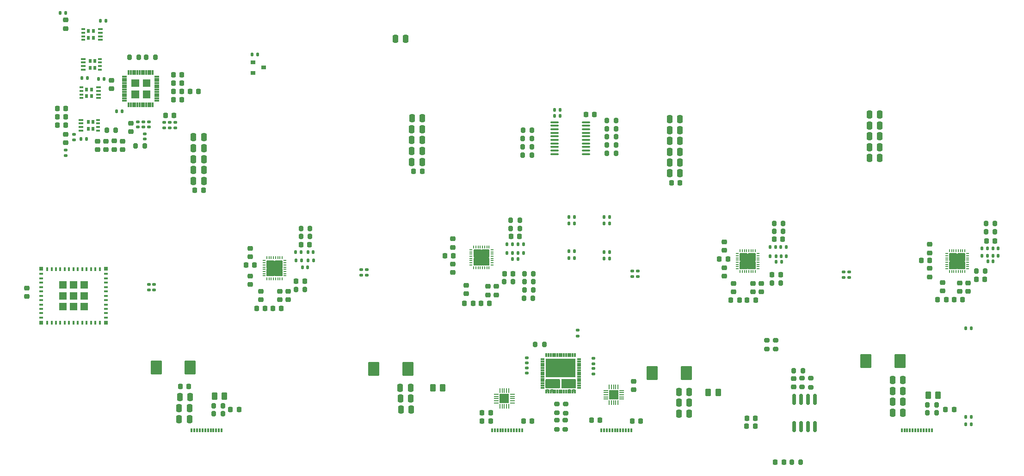
<source format=gbr>
%TF.GenerationSoftware,KiCad,Pcbnew,6.0.0*%
%TF.CreationDate,2022-01-14T14:38:35+01:00*%
%TF.ProjectId,PowerBank V0.2,506f7765-7242-4616-9e6b-2056302e322e,rev?*%
%TF.SameCoordinates,PX2aea540PY80befc0*%
%TF.FileFunction,Paste,Top*%
%TF.FilePolarity,Positive*%
%FSLAX46Y46*%
G04 Gerber Fmt 4.6, Leading zero omitted, Abs format (unit mm)*
G04 Created by KiCad (PCBNEW 6.0.0) date 2022-01-14 14:38:35*
%MOMM*%
%LPD*%
G01*
G04 APERTURE LIST*
G04 Aperture macros list*
%AMRoundRect*
0 Rectangle with rounded corners*
0 $1 Rounding radius*
0 $2 $3 $4 $5 $6 $7 $8 $9 X,Y pos of 4 corners*
0 Add a 4 corners polygon primitive as box body*
4,1,4,$2,$3,$4,$5,$6,$7,$8,$9,$2,$3,0*
0 Add four circle primitives for the rounded corners*
1,1,$1+$1,$2,$3*
1,1,$1+$1,$4,$5*
1,1,$1+$1,$6,$7*
1,1,$1+$1,$8,$9*
0 Add four rect primitives between the rounded corners*
20,1,$1+$1,$2,$3,$4,$5,0*
20,1,$1+$1,$4,$5,$6,$7,0*
20,1,$1+$1,$6,$7,$8,$9,0*
20,1,$1+$1,$8,$9,$2,$3,0*%
G04 Aperture macros list end*
%ADD10C,0.010000*%
%ADD11C,0.152400*%
%ADD12R,1.450000X1.450000*%
%ADD13R,0.700000X0.700000*%
%ADD14R,0.400000X0.800000*%
%ADD15R,0.800000X0.400000*%
%ADD16RoundRect,0.006600X0.398400X0.103400X-0.398400X0.103400X-0.398400X-0.103400X0.398400X-0.103400X0*%
%ADD17RoundRect,0.006600X0.103400X0.398400X-0.103400X0.398400X-0.103400X-0.398400X0.103400X-0.398400X0*%
%ADD18RoundRect,0.135000X-0.135000X-0.185000X0.135000X-0.185000X0.135000X0.185000X-0.135000X0.185000X0*%
%ADD19RoundRect,0.135000X0.135000X0.185000X-0.135000X0.185000X-0.135000X-0.185000X0.135000X-0.185000X0*%
%ADD20RoundRect,0.135000X0.185000X-0.135000X0.185000X0.135000X-0.185000X0.135000X-0.185000X-0.135000X0*%
%ADD21RoundRect,0.135000X-0.185000X0.135000X-0.185000X-0.135000X0.185000X-0.135000X0.185000X0.135000X0*%
%ADD22RoundRect,0.200000X-0.200000X-0.275000X0.200000X-0.275000X0.200000X0.275000X-0.200000X0.275000X0*%
%ADD23RoundRect,0.200000X0.200000X0.275000X-0.200000X0.275000X-0.200000X-0.275000X0.200000X-0.275000X0*%
%ADD24R,0.510000X0.635000*%
%ADD25R,0.830000X0.300000*%
%ADD26R,0.750000X0.300000*%
%ADD27RoundRect,0.218750X-0.218750X-0.256250X0.218750X-0.256250X0.218750X0.256250X-0.218750X0.256250X0*%
%ADD28RoundRect,0.225000X-0.250000X0.225000X-0.250000X-0.225000X0.250000X-0.225000X0.250000X0.225000X0*%
%ADD29RoundRect,0.225000X-0.225000X-0.250000X0.225000X-0.250000X0.225000X0.250000X-0.225000X0.250000X0*%
%ADD30RoundRect,0.225000X0.250000X-0.225000X0.250000X0.225000X-0.250000X0.225000X-0.250000X-0.225000X0*%
%ADD31RoundRect,0.140000X-0.170000X0.140000X-0.170000X-0.140000X0.170000X-0.140000X0.170000X0.140000X0*%
%ADD32RoundRect,0.225000X0.225000X0.250000X-0.225000X0.250000X-0.225000X-0.250000X0.225000X-0.250000X0*%
%ADD33RoundRect,0.140000X0.170000X-0.140000X0.170000X0.140000X-0.170000X0.140000X-0.170000X-0.140000X0*%
%ADD34RoundRect,0.140000X0.140000X0.170000X-0.140000X0.170000X-0.140000X-0.170000X0.140000X-0.170000X0*%
%ADD35R,0.900000X0.800000*%
%ADD36O,0.200000X0.549999*%
%ADD37O,0.549999X0.200000*%
%ADD38R,2.799999X2.799999*%
%ADD39R,0.299999X0.800001*%
%ADD40R,0.800001X0.299999*%
%ADD41R,2.600000X1.749999*%
%ADD42R,2.550000X1.749999*%
%ADD43R,5.499999X3.400001*%
%ADD44RoundRect,0.100000X-0.637500X-0.100000X0.637500X-0.100000X0.637500X0.100000X-0.637500X0.100000X0*%
%ADD45R,1.803400X1.803400*%
%ADD46R,0.812800X0.203200*%
%ADD47R,0.203200X0.812800*%
%ADD48RoundRect,0.150000X0.150000X-0.825000X0.150000X0.825000X-0.150000X0.825000X-0.150000X-0.825000X0*%
%ADD49RoundRect,0.200000X0.275000X-0.200000X0.275000X0.200000X-0.275000X0.200000X-0.275000X-0.200000X0*%
%ADD50RoundRect,0.200000X-0.275000X0.200000X-0.275000X-0.200000X0.275000X-0.200000X0.275000X0.200000X0*%
%ADD51RoundRect,0.249999X-0.262501X-0.450001X0.262501X-0.450001X0.262501X0.450001X-0.262501X0.450001X0*%
%ADD52R,0.350000X0.700000*%
%ADD53RoundRect,0.218750X0.218750X0.256250X-0.218750X0.256250X-0.218750X-0.256250X0.218750X-0.256250X0*%
%ADD54RoundRect,0.250000X0.250000X0.475000X-0.250000X0.475000X-0.250000X-0.475000X0.250000X-0.475000X0*%
%ADD55RoundRect,0.140000X-0.140000X-0.170000X0.140000X-0.170000X0.140000X0.170000X-0.140000X0.170000X0*%
%ADD56RoundRect,0.250000X0.787500X1.025000X-0.787500X1.025000X-0.787500X-1.025000X0.787500X-1.025000X0*%
%ADD57RoundRect,0.250000X-0.250000X-0.475000X0.250000X-0.475000X0.250000X0.475000X-0.250000X0.475000X0*%
G04 APERTURE END LIST*
D10*
%TO.C,U36*%
X24644000Y68139000D02*
X23324000Y68139000D01*
X23324000Y68139000D02*
X23324000Y69459000D01*
X23324000Y69459000D02*
X24644000Y69459000D01*
X24644000Y69459000D02*
X24644000Y68139000D01*
G36*
X24644000Y68139000D02*
G01*
X23324000Y68139000D01*
X23324000Y69459000D01*
X24644000Y69459000D01*
X24644000Y68139000D01*
G37*
X24644000Y68139000D02*
X23324000Y68139000D01*
X23324000Y69459000D01*
X24644000Y69459000D01*
X24644000Y68139000D01*
X22544000Y68139000D02*
X21224000Y68139000D01*
X21224000Y68139000D02*
X21224000Y69459000D01*
X21224000Y69459000D02*
X22544000Y69459000D01*
X22544000Y69459000D02*
X22544000Y68139000D01*
G36*
X22544000Y68139000D02*
G01*
X21224000Y68139000D01*
X21224000Y69459000D01*
X22544000Y69459000D01*
X22544000Y68139000D01*
G37*
X22544000Y68139000D02*
X21224000Y68139000D01*
X21224000Y69459000D01*
X22544000Y69459000D01*
X22544000Y68139000D01*
X24644000Y70239000D02*
X23324000Y70239000D01*
X23324000Y70239000D02*
X23324000Y71559000D01*
X23324000Y71559000D02*
X24644000Y71559000D01*
X24644000Y71559000D02*
X24644000Y70239000D01*
G36*
X24644000Y70239000D02*
G01*
X23324000Y70239000D01*
X23324000Y71559000D01*
X24644000Y71559000D01*
X24644000Y70239000D01*
G37*
X24644000Y70239000D02*
X23324000Y70239000D01*
X23324000Y71559000D01*
X24644000Y71559000D01*
X24644000Y70239000D01*
X22544000Y70239000D02*
X21224000Y70239000D01*
X21224000Y70239000D02*
X21224000Y71559000D01*
X21224000Y71559000D02*
X22544000Y71559000D01*
X22544000Y71559000D02*
X22544000Y70239000D01*
G36*
X22544000Y70239000D02*
G01*
X21224000Y70239000D01*
X21224000Y71559000D01*
X22544000Y71559000D01*
X22544000Y70239000D01*
G37*
X22544000Y70239000D02*
X21224000Y70239000D01*
X21224000Y71559000D01*
X22544000Y71559000D01*
X22544000Y70239000D01*
D11*
%TO.C,U26*%
X132680000Y38300000D02*
X133950000Y38300000D01*
X132680000Y39570000D02*
X132680000Y38300000D01*
X133950000Y39570000D02*
X132680000Y39570000D01*
X133950000Y38300000D02*
X133950000Y39570000D01*
X133950000Y38100000D02*
X132680000Y38100000D01*
X133950000Y36830000D02*
X133950000Y38100000D01*
X132680000Y36830000D02*
X133950000Y36830000D01*
X132680000Y38100000D02*
X132680000Y36830000D01*
X135420000Y38100000D02*
X134150000Y38100000D01*
X135420000Y36830000D02*
X135420000Y38100000D01*
X134150000Y36830000D02*
X135420000Y36830000D01*
X134150000Y38100000D02*
X134150000Y36830000D01*
X134150000Y38300000D02*
X135420000Y38300000D01*
X134150000Y39570000D02*
X134150000Y38300000D01*
X135420000Y39570000D02*
X134150000Y39570000D01*
X135420000Y38300000D02*
X135420000Y39570000D01*
%TO.C,U25*%
X98175949Y14991768D02*
X98158002Y14990000D01*
X98193206Y14997003D02*
X98175949Y14991768D01*
X98209114Y15005504D02*
X98193206Y14997003D01*
X98223054Y15016947D02*
X98209114Y15005504D01*
X98234496Y15030887D02*
X98223054Y15016947D01*
X98242998Y15046795D02*
X98234496Y15030887D01*
X98248233Y15064051D02*
X98242998Y15046795D01*
X98250001Y15081999D02*
X98248233Y15064051D01*
X98250001Y16368001D02*
X98250001Y15081999D01*
X98248233Y16385949D02*
X98250001Y16368001D01*
X98242998Y16403205D02*
X98248233Y16385949D01*
X98234496Y16419113D02*
X98242998Y16403205D01*
X98223054Y16433053D02*
X98234496Y16419113D01*
X98209114Y16444496D02*
X98223054Y16433053D01*
X98193206Y16452997D02*
X98209114Y16444496D01*
X98175949Y16458232D02*
X98193206Y16452997D01*
X98158002Y16460000D02*
X98175949Y16458232D01*
X97191999Y16460000D02*
X98158002Y16460000D01*
X97174051Y16458232D02*
X97191999Y16460000D01*
X97156795Y16452997D02*
X97174051Y16458232D01*
X97140887Y16444496D02*
X97156795Y16452997D01*
X97126947Y16433053D02*
X97140887Y16444496D01*
X97115504Y16419113D02*
X97126947Y16433053D01*
X97107003Y16403205D02*
X97115504Y16419113D01*
X97101768Y16385949D02*
X97107003Y16403205D01*
X97100000Y16368001D02*
X97101768Y16385949D01*
X97100000Y15081999D02*
X97100000Y16368001D01*
X97101768Y15064051D02*
X97100000Y15081999D01*
X97107003Y15046795D02*
X97101768Y15064051D01*
X97115504Y15030887D02*
X97107003Y15046795D01*
X97126947Y15016947D02*
X97115504Y15030887D01*
X97140887Y15005504D02*
X97126947Y15016947D01*
X97156795Y14997003D02*
X97140887Y15005504D01*
X97174051Y14991768D02*
X97156795Y14997003D01*
X97191999Y14990000D02*
X97174051Y14991768D01*
X98158002Y14990000D02*
X97191999Y14990000D01*
X99525949Y14991768D02*
X99508002Y14990000D01*
X99543206Y14997003D02*
X99525949Y14991768D01*
X99559114Y15005504D02*
X99543206Y14997003D01*
X99573054Y15016947D02*
X99559114Y15005504D01*
X99584496Y15030887D02*
X99573054Y15016947D01*
X99592998Y15046795D02*
X99584496Y15030887D01*
X99598233Y15064051D02*
X99592998Y15046795D01*
X99600000Y15081999D02*
X99598233Y15064051D01*
X99600000Y16368001D02*
X99600000Y15081999D01*
X99598233Y16385949D02*
X99600000Y16368001D01*
X99592998Y16403205D02*
X99598233Y16385949D01*
X99584496Y16419113D02*
X99592998Y16403205D01*
X99573054Y16433053D02*
X99584496Y16419113D01*
X99559114Y16444496D02*
X99573054Y16433053D01*
X99543206Y16452997D02*
X99559114Y16444496D01*
X99525949Y16458232D02*
X99543206Y16452997D01*
X99508002Y16460000D02*
X99525949Y16458232D01*
X98541999Y16460000D02*
X99508002Y16460000D01*
X98524051Y16458232D02*
X98541999Y16460000D01*
X98506795Y16452997D02*
X98524051Y16458232D01*
X98490887Y16444496D02*
X98506795Y16452997D01*
X98476947Y16433053D02*
X98490887Y16444496D01*
X98465504Y16419113D02*
X98476947Y16433053D01*
X98457003Y16403205D02*
X98465504Y16419113D01*
X98451768Y16385949D02*
X98457003Y16403205D01*
X98450000Y16368001D02*
X98451768Y16385949D01*
X98450000Y15081999D02*
X98450000Y16368001D01*
X98451768Y15064051D02*
X98450000Y15081999D01*
X98457003Y15046795D02*
X98451768Y15064051D01*
X98465504Y15030887D02*
X98457003Y15046795D01*
X98476947Y15016947D02*
X98465504Y15030887D01*
X98490887Y15005504D02*
X98476947Y15016947D01*
X98506795Y14997003D02*
X98490887Y15005504D01*
X98524051Y14991768D02*
X98506795Y14997003D01*
X98541999Y14990000D02*
X98524051Y14991768D01*
X99508002Y14990000D02*
X98541999Y14990000D01*
X101100950Y14991768D02*
X101083002Y14990000D01*
X101118207Y14997003D02*
X101100950Y14991768D01*
X101134115Y15005504D02*
X101118207Y14997003D01*
X101148054Y15016947D02*
X101134115Y15005504D01*
X101159497Y15030887D02*
X101148054Y15016947D01*
X101167998Y15046795D02*
X101159497Y15030887D01*
X101173233Y15064051D02*
X101167998Y15046795D01*
X101175001Y15081999D02*
X101173233Y15064051D01*
X101175001Y16368001D02*
X101175001Y15081999D01*
X101173233Y16385949D02*
X101175001Y16368001D01*
X101167998Y16403205D02*
X101173233Y16385949D01*
X101159497Y16419113D02*
X101167998Y16403205D01*
X101148054Y16433053D02*
X101159497Y16419113D01*
X101134115Y16444496D02*
X101148054Y16433053D01*
X101118207Y16452997D02*
X101134115Y16444496D01*
X101100950Y16458232D02*
X101118207Y16452997D01*
X101083002Y16460000D02*
X101100950Y16458232D01*
X100117000Y16460000D02*
X101083002Y16460000D01*
X100099052Y16458232D02*
X100117000Y16460000D01*
X100081795Y16452997D02*
X100099052Y16458232D01*
X100065887Y16444496D02*
X100081795Y16452997D01*
X100051948Y16433053D02*
X100065887Y16444496D01*
X100040505Y16419113D02*
X100051948Y16433053D01*
X100032004Y16403205D02*
X100040505Y16419113D01*
X100026769Y16385949D02*
X100032004Y16403205D01*
X100025001Y16368001D02*
X100026769Y16385949D01*
X100025001Y15081999D02*
X100025001Y16368001D01*
X100026769Y15064051D02*
X100025001Y15081999D01*
X100032004Y15046795D02*
X100026769Y15064051D01*
X100040505Y15030887D02*
X100032004Y15046795D01*
X100051948Y15016947D02*
X100040505Y15030887D01*
X100065887Y15005504D02*
X100051948Y15016947D01*
X100081795Y14997003D02*
X100065887Y15005504D01*
X100099052Y14991768D02*
X100081795Y14997003D01*
X100117000Y14990000D02*
X100099052Y14991768D01*
X101083002Y14990000D02*
X100117000Y14990000D01*
X98378707Y18495911D02*
X98379998Y18482800D01*
X98374885Y18508517D02*
X98378707Y18495911D01*
X98368674Y18520135D02*
X98374885Y18508517D01*
X98360318Y18530318D02*
X98368674Y18520135D01*
X98350132Y18538675D02*
X98360318Y18530318D01*
X98338514Y18544885D02*
X98350132Y18538675D01*
X98325908Y18548710D02*
X98338514Y18544885D01*
X98312800Y18550001D02*
X98325908Y18548710D01*
X97327198Y18550001D02*
X98312800Y18550001D01*
X97314089Y18548710D02*
X97327198Y18550001D01*
X97301483Y18544885D02*
X97314089Y18548710D01*
X97289865Y18538675D02*
X97301483Y18544885D01*
X97279680Y18530318D02*
X97289865Y18538675D01*
X97271323Y18520135D02*
X97279680Y18530318D01*
X97265113Y18508517D02*
X97271323Y18520135D01*
X97261290Y18495911D02*
X97265113Y18508517D01*
X97259997Y18482800D02*
X97261290Y18495911D01*
X97259997Y17147202D02*
X97259997Y18482800D01*
X97261290Y17134090D02*
X97259997Y17147202D01*
X97265113Y17121484D02*
X97261290Y17134090D01*
X97271323Y17109866D02*
X97265113Y17121484D01*
X97279680Y17099683D02*
X97271323Y17109866D01*
X97289865Y17091327D02*
X97279680Y17099683D01*
X97301483Y17085117D02*
X97289865Y17091327D01*
X97314089Y17081291D02*
X97301483Y17085117D01*
X97327198Y17080001D02*
X97314089Y17081291D01*
X98312800Y17080001D02*
X97327198Y17080001D01*
X98325908Y17081291D02*
X98312800Y17080001D01*
X98338514Y17085117D02*
X98325908Y17081291D01*
X98350132Y17091327D02*
X98338514Y17085117D01*
X98360318Y17099683D02*
X98350132Y17091327D01*
X98368674Y17109866D02*
X98360318Y17099683D01*
X98374885Y17121484D02*
X98368674Y17109866D01*
X98378707Y17134090D02*
X98374885Y17121484D01*
X98379998Y17147202D02*
X98378707Y17134090D01*
X98379998Y18482800D02*
X98379998Y17147202D01*
X98378707Y20165911D02*
X98379998Y20152799D01*
X98374885Y20178517D02*
X98378707Y20165911D01*
X98368674Y20190135D02*
X98374885Y20178517D01*
X98360318Y20200317D02*
X98368674Y20190135D01*
X98350132Y20208674D02*
X98360318Y20200317D01*
X98338514Y20214884D02*
X98350132Y20208674D01*
X98325908Y20218710D02*
X98338514Y20214884D01*
X98312800Y20220000D02*
X98325908Y20218710D01*
X97327198Y20220000D02*
X98312800Y20220000D01*
X97314089Y20218710D02*
X97327198Y20220000D01*
X97301483Y20214884D02*
X97314089Y20218710D01*
X97289865Y20208674D02*
X97301483Y20214884D01*
X97279680Y20200317D02*
X97289865Y20208674D01*
X97271323Y20190135D02*
X97279680Y20200317D01*
X97265113Y20178517D02*
X97271323Y20190135D01*
X97261290Y20165911D02*
X97265113Y20178517D01*
X97259997Y20152799D02*
X97261290Y20165911D01*
X97259997Y18817201D02*
X97259997Y20152799D01*
X97261290Y18804090D02*
X97259997Y18817201D01*
X97265113Y18791484D02*
X97261290Y18804090D01*
X97271323Y18779866D02*
X97265113Y18791484D01*
X97279680Y18769683D02*
X97271323Y18779866D01*
X97289865Y18761326D02*
X97279680Y18769683D01*
X97301483Y18755116D02*
X97289865Y18761326D01*
X97314089Y18751291D02*
X97301483Y18755116D01*
X97327198Y18750000D02*
X97314089Y18751291D01*
X98312800Y18750000D02*
X97327198Y18750000D01*
X98325908Y18751291D02*
X98312800Y18750000D01*
X98338514Y18755116D02*
X98325908Y18751291D01*
X98350132Y18761326D02*
X98338514Y18755116D01*
X98360318Y18769683D02*
X98350132Y18761326D01*
X98368674Y18779866D02*
X98360318Y18769683D01*
X98374885Y18791484D02*
X98368674Y18779866D01*
X98378707Y18804090D02*
X98374885Y18791484D01*
X98379998Y18817201D02*
X98378707Y18804090D01*
X98379998Y20152799D02*
X98379998Y18817201D01*
X98581290Y18804090D02*
X98579997Y18817201D01*
X98585113Y18791484D02*
X98581290Y18804090D01*
X98591323Y18779866D02*
X98585113Y18791484D01*
X98599680Y18769683D02*
X98591323Y18779866D01*
X98609865Y18761326D02*
X98599680Y18769683D01*
X98621483Y18755116D02*
X98609865Y18761326D01*
X98634089Y18751291D02*
X98621483Y18755116D01*
X98647198Y18750000D02*
X98634089Y18751291D01*
X99632799Y18750000D02*
X98647198Y18750000D01*
X99645908Y18751291D02*
X99632799Y18750000D01*
X99658514Y18755116D02*
X99645908Y18751291D01*
X99670132Y18761326D02*
X99658514Y18755116D01*
X99680318Y18769683D02*
X99670132Y18761326D01*
X99688674Y18779866D02*
X99680318Y18769683D01*
X99694885Y18791484D02*
X99688674Y18779866D01*
X99698707Y18804090D02*
X99694885Y18791484D01*
X99699998Y18817201D02*
X99698707Y18804090D01*
X99699998Y20152799D02*
X99699998Y18817201D01*
X99698707Y20165911D02*
X99699998Y20152799D01*
X99694885Y20178517D02*
X99698707Y20165911D01*
X99688674Y20190135D02*
X99694885Y20178517D01*
X99680318Y20200317D02*
X99688674Y20190135D01*
X99670132Y20208674D02*
X99680318Y20200317D01*
X99658514Y20214884D02*
X99670132Y20208674D01*
X99645908Y20218710D02*
X99658514Y20214884D01*
X99632799Y20220000D02*
X99645908Y20218710D01*
X98647198Y20220000D02*
X99632799Y20220000D01*
X98634089Y20218710D02*
X98647198Y20220000D01*
X98621483Y20214884D02*
X98634089Y20218710D01*
X98609865Y20208674D02*
X98621483Y20214884D01*
X98599680Y20200317D02*
X98609865Y20208674D01*
X98591323Y20190135D02*
X98599680Y20200317D01*
X98585113Y20178517D02*
X98591323Y20190135D01*
X98581290Y20165911D02*
X98585113Y20178517D01*
X98579997Y20152799D02*
X98581290Y20165911D01*
X98579997Y18817201D02*
X98579997Y20152799D01*
X98581290Y17134090D02*
X98579997Y17147202D01*
X98585113Y17121484D02*
X98581290Y17134090D01*
X98591323Y17109866D02*
X98585113Y17121484D01*
X98599680Y17099683D02*
X98591323Y17109866D01*
X98609865Y17091327D02*
X98599680Y17099683D01*
X98621483Y17085117D02*
X98609865Y17091327D01*
X98634089Y17081291D02*
X98621483Y17085117D01*
X98647198Y17080001D02*
X98634089Y17081291D01*
X99632799Y17080001D02*
X98647198Y17080001D01*
X99645908Y17081291D02*
X99632799Y17080001D01*
X99658514Y17085117D02*
X99645908Y17081291D01*
X99670132Y17091327D02*
X99658514Y17085117D01*
X99680318Y17099683D02*
X99670132Y17091327D01*
X99688674Y17109866D02*
X99680318Y17099683D01*
X99694885Y17121484D02*
X99688674Y17109866D01*
X99698707Y17134090D02*
X99694885Y17121484D01*
X99699998Y17147202D02*
X99698707Y17134090D01*
X99699998Y18482800D02*
X99699998Y17147202D01*
X99698707Y18495911D02*
X99699998Y18482800D01*
X99694885Y18508517D02*
X99698707Y18495911D01*
X99688674Y18520135D02*
X99694885Y18508517D01*
X99680318Y18530318D02*
X99688674Y18520135D01*
X99670132Y18538675D02*
X99680318Y18530318D01*
X99658514Y18544885D02*
X99670132Y18538675D01*
X99645908Y18548710D02*
X99658514Y18544885D01*
X99632799Y18550001D02*
X99645908Y18548710D01*
X98647198Y18550001D02*
X99632799Y18550001D01*
X98634089Y18548710D02*
X98647198Y18550001D01*
X98621483Y18544885D02*
X98634089Y18548710D01*
X98609865Y18538675D02*
X98621483Y18544885D01*
X98599680Y18530318D02*
X98609865Y18538675D01*
X98591323Y18520135D02*
X98599680Y18530318D01*
X98585113Y18508517D02*
X98591323Y18520135D01*
X98581290Y18495911D02*
X98585113Y18508517D01*
X98579997Y18482800D02*
X98581290Y18495911D01*
X98579997Y17147202D02*
X98579997Y18482800D01*
X101018710Y18495911D02*
X101020003Y18482800D01*
X101014887Y18508517D02*
X101018710Y18495911D01*
X101008677Y18520135D02*
X101014887Y18508517D01*
X101000320Y18530318D02*
X101008677Y18520135D01*
X100990135Y18538675D02*
X101000320Y18530318D01*
X100978517Y18544885D02*
X100990135Y18538675D01*
X100965911Y18548710D02*
X100978517Y18544885D01*
X100952802Y18550001D02*
X100965911Y18548710D01*
X99967201Y18550001D02*
X100952802Y18550001D01*
X99954092Y18548710D02*
X99967201Y18550001D01*
X99941486Y18544885D02*
X99954092Y18548710D01*
X99929868Y18538675D02*
X99941486Y18544885D01*
X99919682Y18530318D02*
X99929868Y18538675D01*
X99911326Y18520135D02*
X99919682Y18530318D01*
X99905115Y18508517D02*
X99911326Y18520135D01*
X99901293Y18495911D02*
X99905115Y18508517D01*
X99900002Y18482800D02*
X99901293Y18495911D01*
X99900002Y17147202D02*
X99900002Y18482800D01*
X99901293Y17134090D02*
X99900002Y17147202D01*
X99905115Y17121484D02*
X99901293Y17134090D01*
X99911326Y17109866D02*
X99905115Y17121484D01*
X99919682Y17099683D02*
X99911326Y17109866D01*
X99929868Y17091327D02*
X99919682Y17099683D01*
X99941486Y17085117D02*
X99929868Y17091327D01*
X99954092Y17081291D02*
X99941486Y17085117D01*
X99967201Y17080001D02*
X99954092Y17081291D01*
X100952802Y17080001D02*
X99967201Y17080001D01*
X100965911Y17081291D02*
X100952802Y17080001D01*
X100978517Y17085117D02*
X100965911Y17081291D01*
X100990135Y17091327D02*
X100978517Y17085117D01*
X101000320Y17099683D02*
X100990135Y17091327D01*
X101008677Y17109866D02*
X101000320Y17099683D01*
X101014887Y17121484D02*
X101008677Y17109866D01*
X101018710Y17134090D02*
X101014887Y17121484D01*
X101020003Y17147202D02*
X101018710Y17134090D01*
X101020003Y18482800D02*
X101020003Y17147202D01*
X101018710Y20165911D02*
X101020003Y20152799D01*
X101014887Y20178517D02*
X101018710Y20165911D01*
X101008677Y20190135D02*
X101014887Y20178517D01*
X101000320Y20200317D02*
X101008677Y20190135D01*
X100990135Y20208674D02*
X101000320Y20200317D01*
X100978517Y20214884D02*
X100990135Y20208674D01*
X100965911Y20218710D02*
X100978517Y20214884D01*
X100952802Y20220000D02*
X100965911Y20218710D01*
X99967201Y20220000D02*
X100952802Y20220000D01*
X99954092Y20218710D02*
X99967201Y20220000D01*
X99941486Y20214884D02*
X99954092Y20218710D01*
X99929868Y20208674D02*
X99941486Y20214884D01*
X99919682Y20200317D02*
X99929868Y20208674D01*
X99911326Y20190135D02*
X99919682Y20200317D01*
X99905115Y20178517D02*
X99911326Y20190135D01*
X99901293Y20165911D02*
X99905115Y20178517D01*
X99900002Y20152799D02*
X99901293Y20165911D01*
X99900002Y18817201D02*
X99900002Y20152799D01*
X99901293Y18804090D02*
X99900002Y18817201D01*
X99905115Y18791484D02*
X99901293Y18804090D01*
X99911326Y18779866D02*
X99905115Y18791484D01*
X99919682Y18769683D02*
X99911326Y18779866D01*
X99929868Y18761326D02*
X99919682Y18769683D01*
X99941486Y18755116D02*
X99929868Y18761326D01*
X99954092Y18751291D02*
X99941486Y18755116D01*
X99967201Y18750000D02*
X99954092Y18751291D01*
X100952802Y18750000D02*
X99967201Y18750000D01*
X100965911Y18751291D02*
X100952802Y18750000D01*
X100978517Y18755116D02*
X100965911Y18751291D01*
X100990135Y18761326D02*
X100978517Y18755116D01*
X101000320Y18769683D02*
X100990135Y18761326D01*
X101008677Y18779866D02*
X101000320Y18769683D01*
X101014887Y18791484D02*
X101008677Y18779866D01*
X101018710Y18804090D02*
X101014887Y18791484D01*
X101020003Y18817201D02*
X101018710Y18804090D01*
X101020003Y20152799D02*
X101020003Y18817201D01*
X101221293Y18804090D02*
X101220002Y18817201D01*
X101225115Y18791484D02*
X101221293Y18804090D01*
X101231326Y18779866D02*
X101225115Y18791484D01*
X101239682Y18769683D02*
X101231326Y18779866D01*
X101249868Y18761326D02*
X101239682Y18769683D01*
X101261486Y18755116D02*
X101249868Y18761326D01*
X101274092Y18751291D02*
X101261486Y18755116D01*
X101287200Y18750000D02*
X101274092Y18751291D01*
X102272802Y18750000D02*
X101287200Y18750000D01*
X102285911Y18751291D02*
X102272802Y18750000D01*
X102298517Y18755116D02*
X102285911Y18751291D01*
X102310135Y18761326D02*
X102298517Y18755116D01*
X102320320Y18769683D02*
X102310135Y18761326D01*
X102328677Y18779866D02*
X102320320Y18769683D01*
X102334887Y18791484D02*
X102328677Y18779866D01*
X102338710Y18804090D02*
X102334887Y18791484D01*
X102340003Y18817201D02*
X102338710Y18804090D01*
X102340003Y20152799D02*
X102340003Y18817201D01*
X102338710Y20165911D02*
X102340003Y20152799D01*
X102334887Y20178517D02*
X102338710Y20165911D01*
X102328677Y20190135D02*
X102334887Y20178517D01*
X102320320Y20200317D02*
X102328677Y20190135D01*
X102310135Y20208674D02*
X102320320Y20200317D01*
X102298517Y20214884D02*
X102310135Y20208674D01*
X102285911Y20218710D02*
X102298517Y20214884D01*
X102272802Y20220000D02*
X102285911Y20218710D01*
X101287200Y20220000D02*
X102272802Y20220000D01*
X101274092Y20218710D02*
X101287200Y20220000D01*
X101261486Y20214884D02*
X101274092Y20218710D01*
X101249868Y20208674D02*
X101261486Y20214884D01*
X101239682Y20200317D02*
X101249868Y20208674D01*
X101231326Y20190135D02*
X101239682Y20200317D01*
X101225115Y20178517D02*
X101231326Y20190135D01*
X101221293Y20165911D02*
X101225115Y20178517D01*
X101220002Y20152799D02*
X101221293Y20165911D01*
X101220002Y18817201D02*
X101220002Y20152799D01*
X101221293Y17134090D02*
X101220002Y17147202D01*
X101225115Y17121484D02*
X101221293Y17134090D01*
X101231326Y17109866D02*
X101225115Y17121484D01*
X101239682Y17099683D02*
X101231326Y17109866D01*
X101249868Y17091327D02*
X101239682Y17099683D01*
X101261486Y17085117D02*
X101249868Y17091327D01*
X101274092Y17081291D02*
X101261486Y17085117D01*
X101287200Y17080001D02*
X101274092Y17081291D01*
X102272802Y17080001D02*
X101287200Y17080001D01*
X102285911Y17081291D02*
X102272802Y17080001D01*
X102298517Y17085117D02*
X102285911Y17081291D01*
X102310135Y17091327D02*
X102298517Y17085117D01*
X102320320Y17099683D02*
X102310135Y17091327D01*
X102328677Y17109866D02*
X102320320Y17099683D01*
X102334887Y17121484D02*
X102328677Y17109866D01*
X102338710Y17134090D02*
X102334887Y17121484D01*
X102340003Y17147202D02*
X102338710Y17134090D01*
X102340003Y18482800D02*
X102340003Y17147202D01*
X102338710Y18495911D02*
X102340003Y18482800D01*
X102334887Y18508517D02*
X102338710Y18495911D01*
X102328677Y18520135D02*
X102334887Y18508517D01*
X102320320Y18530318D02*
X102328677Y18520135D01*
X102310135Y18538675D02*
X102320320Y18530318D01*
X102298517Y18544885D02*
X102310135Y18538675D01*
X102285911Y18548710D02*
X102298517Y18544885D01*
X102272802Y18550001D02*
X102285911Y18548710D01*
X101287200Y18550001D02*
X102272802Y18550001D01*
X101274092Y18548710D02*
X101287200Y18550001D01*
X101261486Y18544885D02*
X101274092Y18548710D01*
X101249868Y18538675D02*
X101261486Y18544885D01*
X101239682Y18530318D02*
X101249868Y18538675D01*
X101231326Y18520135D02*
X101239682Y18530318D01*
X101225115Y18508517D02*
X101231326Y18520135D01*
X101221293Y18495911D02*
X101225115Y18508517D01*
X101220002Y18482800D02*
X101221293Y18495911D01*
X101220002Y17147202D02*
X101220002Y18482800D01*
X102450950Y14991768D02*
X102433002Y14990000D01*
X102468206Y14997003D02*
X102450950Y14991768D01*
X102484115Y15005504D02*
X102468206Y14997003D01*
X102498054Y15016947D02*
X102484115Y15005504D01*
X102509497Y15030887D02*
X102498054Y15016947D01*
X102517998Y15046795D02*
X102509497Y15030887D01*
X102523233Y15064051D02*
X102517998Y15046795D01*
X102525001Y15081999D02*
X102523233Y15064051D01*
X102525001Y16368001D02*
X102525001Y15081999D01*
X102523233Y16385949D02*
X102525001Y16368001D01*
X102517998Y16403205D02*
X102523233Y16385949D01*
X102509497Y16419113D02*
X102517998Y16403205D01*
X102498054Y16433053D02*
X102509497Y16419113D01*
X102484115Y16444496D02*
X102498054Y16433053D01*
X102468206Y16452997D02*
X102484115Y16444496D01*
X102450950Y16458232D02*
X102468206Y16452997D01*
X102433002Y16460000D02*
X102450950Y16458232D01*
X101466999Y16460000D02*
X102433002Y16460000D01*
X101449052Y16458232D02*
X101466999Y16460000D01*
X101431795Y16452997D02*
X101449052Y16458232D01*
X101415887Y16444496D02*
X101431795Y16452997D01*
X101401948Y16433053D02*
X101415887Y16444496D01*
X101390505Y16419113D02*
X101401948Y16433053D01*
X101382003Y16403205D02*
X101390505Y16419113D01*
X101376768Y16385949D02*
X101382003Y16403205D01*
X101375001Y16368001D02*
X101376768Y16385949D01*
X101375001Y15081999D02*
X101375001Y16368001D01*
X101376768Y15064051D02*
X101375001Y15081999D01*
X101382003Y15046795D02*
X101376768Y15064051D01*
X101390505Y15030887D02*
X101382003Y15046795D01*
X101401948Y15016947D02*
X101390505Y15030887D01*
X101415887Y15005504D02*
X101401948Y15016947D01*
X101431795Y14997003D02*
X101415887Y15005504D01*
X101449052Y14991768D02*
X101431795Y14997003D01*
X101466999Y14990000D02*
X101449052Y14991768D01*
X102433002Y14990000D02*
X101466999Y14990000D01*
X102000001Y14399999D02*
X102400000Y14399999D01*
X102000001Y14600001D02*
X102000001Y14399999D01*
X102400000Y14600001D02*
X102000001Y14600001D01*
X102400000Y14399999D02*
X102400000Y14600001D01*
X101200000Y14399999D02*
X101599999Y14399999D01*
X101200000Y14600001D02*
X101200000Y14399999D01*
X101599999Y14600001D02*
X101200000Y14600001D01*
X101599999Y14399999D02*
X101599999Y14600001D01*
X98000001Y14399999D02*
X98400000Y14399999D01*
X98000001Y14600001D02*
X98000001Y14399999D01*
X98400000Y14600001D02*
X98000001Y14600001D01*
X98400000Y14399999D02*
X98400000Y14600001D01*
X97200000Y14399999D02*
X97599999Y14399999D01*
X97200000Y14600001D02*
X97200000Y14399999D01*
X97599999Y14600001D02*
X97200000Y14600001D01*
X97599999Y14399999D02*
X97599999Y14600001D01*
%TO.C,U23*%
X83930000Y39000000D02*
X85200000Y39000000D01*
X83930000Y40270000D02*
X83930000Y39000000D01*
X85200000Y40270000D02*
X83930000Y40270000D01*
X85200000Y39000000D02*
X85200000Y40270000D01*
X85200000Y38800000D02*
X83930000Y38800000D01*
X85200000Y37530000D02*
X85200000Y38800000D01*
X83930000Y37530000D02*
X85200000Y37530000D01*
X83930000Y38800000D02*
X83930000Y37530000D01*
X86670000Y38800000D02*
X85400000Y38800000D01*
X86670000Y37530000D02*
X86670000Y38800000D01*
X85400000Y37530000D02*
X86670000Y37530000D01*
X85400000Y38800000D02*
X85400000Y37530000D01*
X85400000Y39000000D02*
X86670000Y39000000D01*
X85400000Y40270000D02*
X85400000Y39000000D01*
X86670000Y40270000D02*
X85400000Y40270000D01*
X86670000Y39000000D02*
X86670000Y40270000D01*
%TO.C,U13*%
X171030000Y38300000D02*
X172300000Y38300000D01*
X171030000Y39570000D02*
X171030000Y38300000D01*
X172300000Y39570000D02*
X171030000Y39570000D01*
X172300000Y38300000D02*
X172300000Y39570000D01*
X172300000Y38100000D02*
X171030000Y38100000D01*
X172300000Y36830000D02*
X172300000Y38100000D01*
X171030000Y36830000D02*
X172300000Y36830000D01*
X171030000Y38100000D02*
X171030000Y36830000D01*
X173770000Y38100000D02*
X172500000Y38100000D01*
X173770000Y36830000D02*
X173770000Y38100000D01*
X172500000Y36830000D02*
X173770000Y36830000D01*
X172500000Y38100000D02*
X172500000Y36830000D01*
X172500000Y38300000D02*
X173770000Y38300000D01*
X172500000Y39570000D02*
X172500000Y38300000D01*
X173770000Y39570000D02*
X172500000Y39570000D01*
X173770000Y38300000D02*
X173770000Y39570000D01*
%TO.C,U2*%
X48795081Y36999916D02*
X48795081Y38269916D01*
X48795081Y38269916D02*
X47525081Y38269916D01*
X47525081Y38269916D02*
X47525081Y36999916D01*
X47525081Y36999916D02*
X48795081Y36999916D01*
X47525081Y36799916D02*
X47525081Y35529916D01*
X47525081Y35529916D02*
X48795081Y35529916D01*
X48795081Y35529916D02*
X48795081Y36799916D01*
X48795081Y36799916D02*
X47525081Y36799916D01*
X46055081Y36799916D02*
X46055081Y35529916D01*
X46055081Y35529916D02*
X47325081Y35529916D01*
X47325081Y35529916D02*
X47325081Y36799916D01*
X47325081Y36799916D02*
X46055081Y36799916D01*
X47325081Y36999916D02*
X47325081Y38269916D01*
X47325081Y38269916D02*
X46055081Y38269916D01*
X46055081Y38269916D02*
X46055081Y36999916D01*
X46055081Y36999916D02*
X47325081Y36999916D01*
%TD*%
D12*
%TO.C,IC1*%
X10626000Y33818000D03*
X12601000Y33818000D03*
X12601000Y31843000D03*
X12601000Y29868000D03*
X10626000Y29868000D03*
X8651000Y29868000D03*
X8651000Y31843000D03*
X8651000Y33818000D03*
D13*
X4676000Y36793000D03*
X4676000Y26893000D03*
X16576000Y26893000D03*
X16576000Y36793000D03*
D12*
X10626000Y31843000D03*
D14*
X5826000Y36743000D03*
X6626000Y36743000D03*
X7426000Y36743000D03*
X8226000Y36743000D03*
X9026000Y36743000D03*
X9826000Y36743000D03*
X10626000Y36743000D03*
X11426000Y36743000D03*
X12226000Y36743000D03*
X13026000Y36743000D03*
X13826000Y36743000D03*
X14626000Y36743000D03*
X15426000Y36743000D03*
D15*
X16526000Y35843000D03*
X16526000Y35043000D03*
X16526000Y34243000D03*
X16526000Y33443000D03*
X16526000Y32643000D03*
X16526000Y31843000D03*
X16526000Y31043000D03*
X16526000Y30243000D03*
X16526000Y29443000D03*
X16526000Y28643000D03*
X16526000Y27843000D03*
D14*
X15426000Y26943000D03*
X14626000Y26943000D03*
X13826000Y26943000D03*
X13026000Y26943000D03*
X12226000Y26943000D03*
X11426000Y26943000D03*
X10626000Y26943000D03*
X9826000Y26943000D03*
X9026000Y26943000D03*
X8226000Y26943000D03*
X7426000Y26943000D03*
X6626000Y26943000D03*
X5826000Y26943000D03*
D15*
X4726000Y27843000D03*
X4726000Y28643000D03*
X4726000Y29443000D03*
X4726000Y30243000D03*
X4726000Y31043000D03*
X4726000Y31843000D03*
X4726000Y32643000D03*
X4726000Y33443000D03*
X4726000Y34243000D03*
X4726000Y35043000D03*
X4726000Y35843000D03*
%TD*%
D16*
%TO.C,U36*%
X19984000Y67649000D03*
X19984000Y68049000D03*
X19984000Y68449000D03*
X19984000Y68849000D03*
X19984000Y69249000D03*
X19984000Y69649000D03*
X19984000Y70049000D03*
X19984000Y70449000D03*
X19984000Y70849000D03*
X19984000Y71249000D03*
X19984000Y71649000D03*
X19984000Y72049000D03*
X25884000Y72049000D03*
X25884000Y71649000D03*
X25884000Y71249000D03*
X25884000Y70849000D03*
X25884000Y70449000D03*
X25884000Y70049000D03*
X25884000Y69649000D03*
X25884000Y69249000D03*
X25884000Y68849000D03*
X25884000Y68449000D03*
X25884000Y68049000D03*
X25884000Y67649000D03*
D17*
X25134000Y66899000D03*
X24734000Y66899000D03*
X24334000Y66899000D03*
X23934000Y66899000D03*
X23534000Y66899000D03*
X23134000Y66899000D03*
X22734000Y66899000D03*
X22334000Y66899000D03*
X21934000Y66899000D03*
X21534000Y66899000D03*
X21134000Y66899000D03*
X20734000Y66899000D03*
X20734000Y72799000D03*
X21134000Y72799000D03*
X21534000Y72799000D03*
X21934000Y72799000D03*
X22334000Y72799000D03*
X22734000Y72799000D03*
X23134000Y72799000D03*
X23534000Y72799000D03*
X23934000Y72799000D03*
X24334000Y72799000D03*
X24734000Y72799000D03*
X25134000Y72799000D03*
%TD*%
D18*
%TO.C,R149*%
X174964000Y8254000D03*
X173944000Y8254000D03*
%TD*%
%TO.C,R148*%
X174966000Y9651000D03*
X173946000Y9651000D03*
%TD*%
D19*
%TO.C,R147*%
X173948000Y25907000D03*
X174968000Y25907000D03*
%TD*%
D18*
%TO.C,R143*%
X9231000Y83692000D03*
X8211000Y83692000D03*
%TD*%
D20*
%TO.C,R142*%
X9229000Y58546000D03*
X9229000Y57526000D03*
%TD*%
D21*
%TO.C,R140*%
X28279000Y63626000D03*
X28279000Y62606000D03*
%TD*%
%TO.C,R139*%
X29295000Y62606000D03*
X29295000Y63626000D03*
%TD*%
D20*
%TO.C,R138*%
X27263000Y63630000D03*
X27263000Y62610000D03*
%TD*%
D22*
%TO.C,R136*%
X18373000Y62229000D03*
X16723000Y62229000D03*
%TD*%
D20*
%TO.C,R135*%
X10753000Y61469000D03*
X10753000Y60449000D03*
%TD*%
D18*
%TO.C,R133*%
X16597000Y82295000D03*
X15577000Y82295000D03*
%TD*%
%TO.C,R132*%
X13166000Y71754000D03*
X12146000Y71754000D03*
%TD*%
%TO.C,R131*%
X16216000Y71627000D03*
X15196000Y71627000D03*
%TD*%
%TO.C,R130*%
X13041000Y60578000D03*
X12021000Y60578000D03*
%TD*%
D22*
%TO.C,R129*%
X22564000Y75564000D03*
X20914000Y75564000D03*
%TD*%
D23*
%TO.C,R128*%
X23962000Y75564000D03*
X25612000Y75564000D03*
%TD*%
D22*
%TO.C,R126*%
X23643000Y59308000D03*
X21993000Y59308000D03*
%TD*%
D24*
%TO.C,Q5*%
X14248000Y79129000D03*
X13388000Y79129000D03*
X14248000Y80381000D03*
X13388000Y80381000D03*
D25*
X15568000Y80730000D03*
X15568000Y80080000D03*
X15568000Y79430000D03*
X15568000Y78780000D03*
D26*
X12458000Y78780000D03*
X12458000Y79430000D03*
X12458000Y80080000D03*
X12458000Y80730000D03*
%TD*%
D24*
%TO.C,Q4*%
X13715000Y74920000D03*
X14575000Y74920000D03*
X13715000Y73668000D03*
X14575000Y73668000D03*
D25*
X12395000Y73319000D03*
X12395000Y73969000D03*
X12395000Y74619000D03*
X12395000Y75269000D03*
D26*
X15505000Y75269000D03*
X15505000Y74619000D03*
X15505000Y73969000D03*
X15505000Y73319000D03*
%TD*%
D24*
%TO.C,Q3*%
X13906000Y68452000D03*
X13046000Y68452000D03*
X13906000Y69704000D03*
X13046000Y69704000D03*
D25*
X15226000Y70053000D03*
X15226000Y69403000D03*
X15226000Y68753000D03*
X15226000Y68103000D03*
D26*
X12116000Y68103000D03*
X12116000Y68753000D03*
X12116000Y69403000D03*
X12116000Y70053000D03*
%TD*%
D24*
%TO.C,Q2*%
X13310000Y63744000D03*
X14170000Y63744000D03*
X13310000Y62492000D03*
X14170000Y62492000D03*
D25*
X11990000Y62143000D03*
X11990000Y62793000D03*
X11990000Y63443000D03*
X11990000Y64093000D03*
D26*
X15100000Y64093000D03*
X15100000Y63443000D03*
X15100000Y62793000D03*
X15100000Y62143000D03*
%TD*%
D27*
%TO.C,L7*%
X30463500Y69341000D03*
X28888500Y69341000D03*
%TD*%
D28*
%TO.C,C254*%
X2117000Y31736000D03*
X2117000Y33286000D03*
%TD*%
D29*
%TO.C,C251*%
X9229000Y64642000D03*
X7679000Y64642000D03*
%TD*%
%TO.C,C250*%
X9229000Y66166000D03*
X7679000Y66166000D03*
%TD*%
%TO.C,C249*%
X9229000Y63118000D03*
X7679000Y63118000D03*
%TD*%
D30*
%TO.C,C248*%
X9229000Y82422000D03*
X9229000Y80872000D03*
%TD*%
D28*
%TO.C,C247*%
X9229000Y59917000D03*
X9229000Y61467000D03*
%TD*%
%TO.C,C246*%
X19643000Y58660000D03*
X19643000Y60210000D03*
%TD*%
%TO.C,C245*%
X16595000Y60210000D03*
X16595000Y58660000D03*
%TD*%
%TO.C,C244*%
X18119000Y60223000D03*
X18119000Y58673000D03*
%TD*%
%TO.C,C243*%
X15071000Y58647000D03*
X15071000Y60197000D03*
%TD*%
D29*
%TO.C,C242*%
X27504000Y64896000D03*
X29054000Y64896000D03*
%TD*%
D31*
%TO.C,C241*%
X22437000Y62765000D03*
X22437000Y63725000D03*
%TD*%
D32*
%TO.C,C238*%
X31949000Y69341000D03*
X33499000Y69341000D03*
%TD*%
D29*
%TO.C,C236*%
X30451000Y70865000D03*
X28901000Y70865000D03*
%TD*%
%TO.C,C234*%
X30451000Y72389000D03*
X28901000Y72389000D03*
%TD*%
D32*
%TO.C,C233*%
X28901000Y67817000D03*
X30451000Y67817000D03*
%TD*%
D30*
%TO.C,C232*%
X21167000Y63512000D03*
X21167000Y61962000D03*
%TD*%
D31*
%TO.C,C231*%
X23453000Y62765000D03*
X23453000Y63725000D03*
%TD*%
D33*
%TO.C,C230*%
X23707000Y61566000D03*
X23707000Y60606000D03*
%TD*%
D30*
%TO.C,C229*%
X17611000Y71386000D03*
X17611000Y69836000D03*
%TD*%
D34*
%TO.C,C228*%
X18528000Y65658000D03*
X19488000Y65658000D03*
%TD*%
D31*
%TO.C,C227*%
X24469000Y62765000D03*
X24469000Y63725000D03*
%TD*%
D32*
%TO.C,C1*%
X30200000Y15250000D03*
X31750000Y15250000D03*
%TD*%
D31*
%TO.C,C150*%
X105800000Y18500000D03*
X105800000Y17540000D03*
%TD*%
D18*
%TO.C,R124*%
X43280000Y76100000D03*
X44300000Y76100000D03*
%TD*%
D35*
%TO.C,Q1*%
X43450000Y74650000D03*
X43450000Y72750000D03*
X45450000Y73700000D03*
%TD*%
D36*
%TO.C,U26*%
X132649916Y36275000D03*
X133049999Y36275000D03*
X133449999Y36275000D03*
X133849998Y36275000D03*
X134250000Y36275000D03*
X134649999Y36275000D03*
X135049998Y36275000D03*
X135450000Y36275000D03*
D37*
X135975000Y36799998D03*
X135975000Y37199999D03*
X135975000Y37599999D03*
X135975000Y37999998D03*
X135975000Y38400000D03*
X135975000Y38799999D03*
X135975000Y39199998D03*
X135975000Y39600000D03*
D36*
X135450000Y40125000D03*
X135049998Y40125000D03*
X134649999Y40125000D03*
X134250000Y40125000D03*
X133849998Y40125000D03*
X133449999Y40125000D03*
X133049999Y40125000D03*
X132649916Y40125000D03*
D37*
X132125000Y39600002D03*
X132125000Y39200001D03*
X132125000Y38800001D03*
X132125000Y38400002D03*
X132125000Y38000000D03*
X132125000Y37600001D03*
X132125000Y37200002D03*
X132125000Y36800000D03*
D38*
X134049919Y38200084D03*
%TD*%
D39*
%TO.C,U25*%
X97199998Y14249999D03*
X97599997Y14249999D03*
X97999999Y14249999D03*
X98399998Y14249999D03*
X98799997Y14249999D03*
X99199999Y14249999D03*
X99599998Y14249999D03*
X99999997Y14249999D03*
X100399996Y14249999D03*
X100799998Y14249999D03*
X101199997Y14249999D03*
X101599999Y14249999D03*
X101999998Y14249999D03*
X102399997Y14249999D03*
D40*
X103150001Y15000000D03*
X103150001Y15399999D03*
X103150001Y15800001D03*
X103150001Y16200000D03*
X103150001Y16599999D03*
X103150001Y17000001D03*
X103150001Y17400000D03*
X103150001Y17800000D03*
X103150001Y18199999D03*
X103150001Y18600001D03*
X103150001Y19000000D03*
X103150001Y19400001D03*
X103150001Y19800001D03*
X103150001Y20200000D03*
D39*
X102400000Y20950001D03*
X102000001Y20950001D03*
X101599999Y20950001D03*
X101200000Y20950001D03*
X100800001Y20950001D03*
X100399999Y20950001D03*
X100000000Y20950001D03*
X99600000Y20950001D03*
X99200001Y20950001D03*
X98799999Y20950001D03*
X98400000Y20950001D03*
X97999999Y20950001D03*
X97599999Y20950001D03*
X97200000Y20950001D03*
D40*
X96450002Y20200000D03*
X96450002Y19800001D03*
X96450002Y19399999D03*
X96450002Y19000000D03*
X96450002Y18600001D03*
X96450002Y18199999D03*
X96450002Y17800000D03*
X96450002Y17400000D03*
X96450002Y17000001D03*
X96450002Y16599999D03*
X96450002Y16200000D03*
X96450002Y15799999D03*
X96450002Y15399999D03*
X96450002Y15000000D03*
D41*
X98350000Y15725000D03*
D42*
X101275001Y15725000D03*
D43*
X99800000Y18650000D03*
%TD*%
D36*
%TO.C,U23*%
X83899916Y36975000D03*
X84299999Y36975000D03*
X84699999Y36975000D03*
X85099998Y36975000D03*
X85500000Y36975000D03*
X85899999Y36975000D03*
X86299998Y36975000D03*
X86700000Y36975000D03*
D37*
X87225000Y37499998D03*
X87225000Y37899999D03*
X87225000Y38299999D03*
X87225000Y38699998D03*
X87225000Y39100000D03*
X87225000Y39499999D03*
X87225000Y39899998D03*
X87225000Y40300000D03*
D36*
X86700000Y40825000D03*
X86299998Y40825000D03*
X85899999Y40825000D03*
X85500000Y40825000D03*
X85099998Y40825000D03*
X84699999Y40825000D03*
X84299999Y40825000D03*
X83899916Y40825000D03*
D37*
X83375000Y40300002D03*
X83375000Y39900001D03*
X83375000Y39500001D03*
X83375000Y39100002D03*
X83375000Y38700000D03*
X83375000Y38300001D03*
X83375000Y37900002D03*
X83375000Y37500000D03*
D38*
X85299919Y38900084D03*
%TD*%
D44*
%TO.C,U20*%
X98687500Y63675000D03*
X98687500Y63025000D03*
X98687500Y62375000D03*
X98687500Y61725000D03*
X98687500Y61075000D03*
X98687500Y60425000D03*
X98687500Y59775000D03*
X98687500Y59125000D03*
X98687500Y58475000D03*
X98687500Y57825000D03*
X104412500Y57825000D03*
X104412500Y58475000D03*
X104412500Y59125000D03*
X104412500Y59775000D03*
X104412500Y60425000D03*
X104412500Y61075000D03*
X104412500Y61725000D03*
X104412500Y62375000D03*
X104412500Y63025000D03*
X104412500Y63675000D03*
%TD*%
D36*
%TO.C,U13*%
X170999916Y36275000D03*
X171399999Y36275000D03*
X171799999Y36275000D03*
X172199998Y36275000D03*
X172600000Y36275000D03*
X172999999Y36275000D03*
X173399998Y36275000D03*
X173800000Y36275000D03*
D37*
X174325000Y36799998D03*
X174325000Y37199999D03*
X174325000Y37599999D03*
X174325000Y37999998D03*
X174325000Y38400000D03*
X174325000Y38799999D03*
X174325000Y39199998D03*
X174325000Y39600000D03*
D36*
X173800000Y40125000D03*
X173399998Y40125000D03*
X172999999Y40125000D03*
X172600000Y40125000D03*
X172199998Y40125000D03*
X171799999Y40125000D03*
X171399999Y40125000D03*
X170999916Y40125000D03*
D37*
X170475000Y39600002D03*
X170475000Y39200001D03*
X170475000Y38800001D03*
X170475000Y38400002D03*
X170475000Y38000000D03*
X170475000Y37600001D03*
X170475000Y37200002D03*
X170475000Y36800000D03*
D38*
X172399919Y38200084D03*
%TD*%
D45*
%TO.C,U11*%
X89500000Y13000000D03*
D46*
X88052200Y12199999D03*
X88052200Y12600001D03*
X88052200Y13000000D03*
X88052200Y13399999D03*
X88052200Y13800001D03*
D47*
X88699999Y14447800D03*
X89100001Y14447800D03*
X89500000Y14447800D03*
X89899999Y14447800D03*
X90300001Y14447800D03*
D46*
X90947800Y13800001D03*
X90947800Y13399999D03*
X90947800Y13000000D03*
X90947800Y12600001D03*
X90947800Y12199999D03*
D47*
X90300001Y11552200D03*
X89899999Y11552200D03*
X89500000Y11552200D03*
X89100001Y11552200D03*
X88699999Y11552200D03*
%TD*%
D45*
%TO.C,U10*%
X109500000Y13700000D03*
D46*
X108052200Y12899999D03*
X108052200Y13300001D03*
X108052200Y13700000D03*
X108052200Y14099999D03*
X108052200Y14500001D03*
D47*
X108699999Y15147800D03*
X109100001Y15147800D03*
X109500000Y15147800D03*
X109899999Y15147800D03*
X110300001Y15147800D03*
D46*
X110947800Y14500001D03*
X110947800Y14099999D03*
X110947800Y13700000D03*
X110947800Y13300001D03*
X110947800Y12899999D03*
D47*
X110300001Y12252200D03*
X109899999Y12252200D03*
X109500000Y12252200D03*
X109100001Y12252200D03*
X108699999Y12252200D03*
%TD*%
D48*
%TO.C,U7*%
X142570000Y7875000D03*
X143840000Y7875000D03*
X145110000Y7875000D03*
X146380000Y7875000D03*
X146380000Y12825000D03*
X145110000Y12825000D03*
X143840000Y12825000D03*
X142570000Y12825000D03*
%TD*%
D20*
%TO.C,R122*%
X64300000Y35590000D03*
X64300000Y36610000D03*
%TD*%
%TO.C,R121*%
X63300000Y35590000D03*
X63300000Y36610000D03*
%TD*%
%TO.C,R120*%
X25400000Y32890000D03*
X25400000Y33910000D03*
%TD*%
%TO.C,R119*%
X113900000Y35390000D03*
X113900000Y36410000D03*
%TD*%
D21*
%TO.C,R118*%
X24400000Y33910000D03*
X24400000Y32890000D03*
%TD*%
D20*
%TO.C,R117*%
X112930000Y35390000D03*
X112930000Y36410000D03*
%TD*%
%TO.C,R116*%
X152600000Y35190000D03*
X152600000Y36210000D03*
%TD*%
%TO.C,R115*%
X151600000Y35190000D03*
X151600000Y36210000D03*
%TD*%
D23*
%TO.C,R114*%
X140525000Y43650000D03*
X138875000Y43650000D03*
%TD*%
D22*
%TO.C,R113*%
X138875000Y45100000D03*
X140525000Y45100000D03*
%TD*%
D23*
%TO.C,R112*%
X92325000Y44200000D03*
X90675000Y44200000D03*
%TD*%
D22*
%TO.C,R111*%
X90675000Y45700000D03*
X92325000Y45700000D03*
%TD*%
%TO.C,R110*%
X138475000Y34200000D03*
X140125000Y34200000D03*
%TD*%
%TO.C,R108*%
X89450000Y34400000D03*
X91100000Y34400000D03*
%TD*%
D19*
%TO.C,R102*%
X139160000Y40750000D03*
X138140000Y40750000D03*
%TD*%
D49*
%TO.C,R101*%
X99150000Y10375000D03*
X99150000Y12025000D03*
%TD*%
D19*
%TO.C,R100*%
X91010000Y41300000D03*
X89990000Y41300000D03*
%TD*%
D50*
%TO.C,R99*%
X99150000Y9025000D03*
X99150000Y7375000D03*
%TD*%
D49*
%TO.C,R98*%
X100650000Y7375000D03*
X100650000Y9025000D03*
%TD*%
D50*
%TO.C,R97*%
X100700000Y11985000D03*
X100700000Y10335000D03*
%TD*%
D18*
%TO.C,R96*%
X138190000Y39100000D03*
X139210000Y39100000D03*
%TD*%
D22*
%TO.C,R95*%
X92860000Y57680000D03*
X94510000Y57680000D03*
%TD*%
D18*
%TO.C,R94*%
X89990000Y39700000D03*
X91010000Y39700000D03*
%TD*%
D51*
%TO.C,R93*%
X126837500Y14150000D03*
X128662500Y14150000D03*
%TD*%
D22*
%TO.C,R92*%
X93175000Y34400000D03*
X94825000Y34400000D03*
%TD*%
%TO.C,R91*%
X92875000Y59180000D03*
X94525000Y59180000D03*
%TD*%
D51*
%TO.C,R90*%
X76387500Y15000000D03*
X78212500Y15000000D03*
%TD*%
D22*
%TO.C,R89*%
X93175000Y35900000D03*
X94825000Y35900000D03*
%TD*%
%TO.C,R87*%
X93150000Y32900000D03*
X94800000Y32900000D03*
%TD*%
%TO.C,R85*%
X95175000Y22900000D03*
X96825000Y22900000D03*
%TD*%
%TO.C,R83*%
X93100000Y31400000D03*
X94750000Y31400000D03*
%TD*%
D21*
%TO.C,R71*%
X102900000Y25510000D03*
X102900000Y24490000D03*
%TD*%
D18*
%TO.C,R70*%
X98700000Y65900000D03*
X99720000Y65900000D03*
%TD*%
D19*
%TO.C,R69*%
X99700000Y64860000D03*
X98680000Y64860000D03*
%TD*%
D23*
%TO.C,R68*%
X179325000Y43575000D03*
X177675000Y43575000D03*
%TD*%
D22*
%TO.C,R67*%
X177675000Y45100000D03*
X179325000Y45100000D03*
%TD*%
%TO.C,R66*%
X175875000Y36375000D03*
X177525000Y36375000D03*
%TD*%
D19*
%TO.C,R62*%
X177935000Y40575000D03*
X176915000Y40575000D03*
%TD*%
D18*
%TO.C,R60*%
X176940000Y39200000D03*
X177960000Y39200000D03*
%TD*%
D23*
%TO.C,R59*%
X109945000Y61000000D03*
X108295000Y61000000D03*
%TD*%
D51*
%TO.C,R58*%
X167062500Y13600000D03*
X168887500Y13600000D03*
%TD*%
D23*
%TO.C,R57*%
X109925000Y59500000D03*
X108275000Y59500000D03*
%TD*%
%TO.C,R56*%
X109925000Y58000000D03*
X108275000Y58000000D03*
%TD*%
D49*
%TO.C,R53*%
X145600000Y15075000D03*
X145600000Y16725000D03*
%TD*%
D23*
%TO.C,R46*%
X168625000Y10400000D03*
X166975000Y10400000D03*
%TD*%
%TO.C,R45*%
X168625000Y11875000D03*
X166975000Y11875000D03*
%TD*%
D19*
%TO.C,R40*%
X108810000Y38700000D03*
X107790000Y38700000D03*
%TD*%
%TO.C,R39*%
X108810000Y39900000D03*
X107790000Y39900000D03*
%TD*%
%TO.C,R38*%
X108810000Y45100000D03*
X107790000Y45100000D03*
%TD*%
%TO.C,R37*%
X108810000Y46300000D03*
X107790000Y46300000D03*
%TD*%
D49*
%TO.C,R36*%
X137575000Y22050000D03*
X137575000Y23700000D03*
%TD*%
D23*
%TO.C,R35*%
X144125000Y18100000D03*
X142475000Y18100000D03*
%TD*%
D19*
%TO.C,R34*%
X102310000Y38800000D03*
X101290000Y38800000D03*
%TD*%
D18*
%TO.C,R33*%
X101290000Y40000000D03*
X102310000Y40000000D03*
%TD*%
%TO.C,R32*%
X101290000Y45100000D03*
X102310000Y45100000D03*
%TD*%
D19*
%TO.C,R31*%
X102310000Y46300000D03*
X101290000Y46300000D03*
%TD*%
D49*
%TO.C,R30*%
X139125000Y22050000D03*
X139125000Y23700000D03*
%TD*%
D23*
%TO.C,R29*%
X143750000Y1350000D03*
X142100000Y1350000D03*
%TD*%
%TO.C,R24*%
X109925000Y64000000D03*
X108275000Y64000000D03*
%TD*%
%TO.C,R22*%
X109925000Y62500000D03*
X108275000Y62500000D03*
%TD*%
D52*
%TO.C,J9*%
X87250000Y7170000D03*
X87750000Y7170000D03*
X88250000Y7170000D03*
X88750000Y7170000D03*
X89250000Y7170000D03*
X89750000Y7170000D03*
X90250000Y7170000D03*
X90750000Y7170000D03*
X91250000Y7170000D03*
X91750000Y7170000D03*
X92250000Y7170000D03*
X92750000Y7170000D03*
%TD*%
%TO.C,J8*%
X107250000Y7170000D03*
X107750000Y7170000D03*
X108250000Y7170000D03*
X108750000Y7170000D03*
X109250000Y7170000D03*
X109750000Y7170000D03*
X110250000Y7170000D03*
X110750000Y7170000D03*
X111250000Y7170000D03*
X111750000Y7170000D03*
X112250000Y7170000D03*
X112750000Y7170000D03*
%TD*%
%TO.C,J7*%
X162250000Y7170000D03*
X162750000Y7170000D03*
X163250000Y7170000D03*
X163750000Y7170000D03*
X164250000Y7170000D03*
X164750000Y7170000D03*
X165250000Y7170000D03*
X165750000Y7170000D03*
X166250000Y7170000D03*
X166750000Y7170000D03*
X167250000Y7170000D03*
X167750000Y7170000D03*
%TD*%
D53*
%TO.C,D1*%
X140662500Y1350000D03*
X139087500Y1350000D03*
%TD*%
D54*
%TO.C,C216*%
X121650000Y64250000D03*
X119750000Y64250000D03*
%TD*%
%TO.C,C215*%
X74500000Y64400000D03*
X72600000Y64400000D03*
%TD*%
%TO.C,C214*%
X121650000Y62250000D03*
X119750000Y62250000D03*
%TD*%
%TO.C,C212*%
X74450000Y62400000D03*
X72550000Y62400000D03*
%TD*%
%TO.C,C208*%
X74450000Y60400000D03*
X72550000Y60400000D03*
%TD*%
%TO.C,C207*%
X121650000Y60250000D03*
X119750000Y60250000D03*
%TD*%
%TO.C,C204*%
X74450000Y58400000D03*
X72550000Y58400000D03*
%TD*%
%TO.C,C201*%
X121650000Y58250000D03*
X119750000Y58250000D03*
%TD*%
%TO.C,C200*%
X74450000Y56400000D03*
X72550000Y56400000D03*
%TD*%
%TO.C,C198*%
X121650000Y56250000D03*
X119750000Y56250000D03*
%TD*%
%TO.C,C196*%
X121650000Y54300000D03*
X119750000Y54300000D03*
%TD*%
D29*
%TO.C,C190*%
X138525000Y35700000D03*
X140075000Y35700000D03*
%TD*%
%TO.C,C186*%
X89525000Y35900000D03*
X91075000Y35900000D03*
%TD*%
D34*
%TO.C,C183*%
X141080000Y40750000D03*
X140120000Y40750000D03*
%TD*%
D32*
%TO.C,C181*%
X121675000Y52550000D03*
X120125000Y52550000D03*
%TD*%
D34*
%TO.C,C180*%
X92980000Y41300000D03*
X92020000Y41300000D03*
%TD*%
D32*
%TO.C,C178*%
X74450000Y54700000D03*
X72900000Y54700000D03*
%TD*%
D29*
%TO.C,C177*%
X128875000Y38550000D03*
X130425000Y38550000D03*
%TD*%
D32*
%TO.C,C176*%
X140475000Y42200000D03*
X138925000Y42200000D03*
%TD*%
D29*
%TO.C,C175*%
X78625000Y39200000D03*
X80175000Y39200000D03*
%TD*%
D32*
%TO.C,C174*%
X92275000Y42700000D03*
X90725000Y42700000D03*
%TD*%
D28*
%TO.C,C171*%
X129750000Y41725000D03*
X129750000Y40175000D03*
%TD*%
%TO.C,C170*%
X80100000Y42275000D03*
X80100000Y40725000D03*
%TD*%
D30*
%TO.C,C169*%
X129750000Y35425000D03*
X129750000Y36975000D03*
%TD*%
%TO.C,C168*%
X80100000Y36125000D03*
X80100000Y37675000D03*
%TD*%
D31*
%TO.C,C167*%
X93650000Y18630000D03*
X93650000Y17670000D03*
%TD*%
D33*
%TO.C,C165*%
X93650000Y19520000D03*
X93650000Y20480000D03*
%TD*%
D28*
%TO.C,C163*%
X131500000Y34100000D03*
X131500000Y32550000D03*
%TD*%
%TO.C,C162*%
X82500000Y33775000D03*
X82500000Y32225000D03*
%TD*%
D55*
%TO.C,C160*%
X140170000Y39100000D03*
X141130000Y39100000D03*
%TD*%
D34*
%TO.C,C159*%
X140230000Y38050000D03*
X139270000Y38050000D03*
%TD*%
D55*
%TO.C,C157*%
X92020000Y39700000D03*
X92980000Y39700000D03*
%TD*%
D34*
%TO.C,C156*%
X91980000Y38600000D03*
X91020000Y38600000D03*
%TD*%
D32*
%TO.C,C155*%
X132525000Y31050000D03*
X130975000Y31050000D03*
%TD*%
D33*
%TO.C,C153*%
X105800000Y19390000D03*
X105800000Y20350000D03*
%TD*%
D32*
%TO.C,C152*%
X83775000Y30500000D03*
X82225000Y30500000D03*
%TD*%
D28*
%TO.C,C148*%
X136500000Y34125000D03*
X136500000Y32575000D03*
%TD*%
%TO.C,C146*%
X88000000Y33575000D03*
X88000000Y32025000D03*
%TD*%
D29*
%TO.C,C145*%
X133950000Y31050000D03*
X135500000Y31050000D03*
%TD*%
%TO.C,C144*%
X85225000Y30500000D03*
X86775000Y30500000D03*
%TD*%
D54*
%TO.C,C142*%
X123350000Y10250000D03*
X121450000Y10250000D03*
%TD*%
%TO.C,C140*%
X72350000Y15000000D03*
X70450000Y15000000D03*
%TD*%
%TO.C,C138*%
X123350000Y12250000D03*
X121450000Y12250000D03*
%TD*%
D28*
%TO.C,C137*%
X135000000Y34125000D03*
X135000000Y32575000D03*
%TD*%
D54*
%TO.C,C135*%
X72400000Y13000000D03*
X70500000Y13000000D03*
%TD*%
D28*
%TO.C,C134*%
X86500000Y33575000D03*
X86500000Y32025000D03*
%TD*%
D54*
%TO.C,C132*%
X123350000Y14200000D03*
X121450000Y14200000D03*
%TD*%
%TO.C,C130*%
X72450000Y11000000D03*
X70550000Y11000000D03*
%TD*%
D56*
%TO.C,C129*%
X122800000Y17650000D03*
X116575000Y17650000D03*
%TD*%
%TO.C,C126*%
X71812500Y18400000D03*
X65587500Y18400000D03*
%TD*%
D29*
%TO.C,C122*%
X104425000Y65100000D03*
X105975000Y65100000D03*
%TD*%
D54*
%TO.C,C119*%
X158250000Y65100000D03*
X156350000Y65100000D03*
%TD*%
%TO.C,C117*%
X158250000Y63100000D03*
X156350000Y63100000D03*
%TD*%
%TO.C,C115*%
X158250000Y61100000D03*
X156350000Y61100000D03*
%TD*%
%TO.C,C111*%
X158250000Y59100000D03*
X156350000Y59100000D03*
%TD*%
%TO.C,C110*%
X158250000Y57100000D03*
X156350000Y57100000D03*
%TD*%
D29*
%TO.C,C106*%
X175900000Y34875000D03*
X177450000Y34875000D03*
%TD*%
D34*
%TO.C,C103*%
X179905000Y40550000D03*
X178945000Y40550000D03*
%TD*%
D29*
%TO.C,C100*%
X165850000Y38300000D03*
X167400000Y38300000D03*
%TD*%
D32*
%TO.C,C99*%
X179325000Y41925000D03*
X177775000Y41925000D03*
%TD*%
D28*
%TO.C,C96*%
X167400000Y41275000D03*
X167400000Y39725000D03*
%TD*%
D29*
%TO.C,C95*%
X93025000Y8900000D03*
X94575000Y8900000D03*
%TD*%
D32*
%TO.C,C94*%
X86975000Y8900000D03*
X85425000Y8900000D03*
%TD*%
D30*
%TO.C,C93*%
X167400000Y35325000D03*
X167400000Y36875000D03*
%TD*%
D28*
%TO.C,C91*%
X169700000Y34275000D03*
X169700000Y32725000D03*
%TD*%
D55*
%TO.C,C89*%
X178945000Y39175000D03*
X179905000Y39175000D03*
%TD*%
D34*
%TO.C,C88*%
X178955000Y38125000D03*
X177995000Y38125000D03*
%TD*%
D32*
%TO.C,C87*%
X170375000Y31125000D03*
X168825000Y31125000D03*
%TD*%
%TO.C,C84*%
X86980000Y10430000D03*
X85430000Y10430000D03*
%TD*%
D28*
%TO.C,C82*%
X174350000Y34175000D03*
X174350000Y32625000D03*
%TD*%
D29*
%TO.C,C81*%
X171825000Y31125000D03*
X173375000Y31125000D03*
%TD*%
D54*
%TO.C,C79*%
X162450000Y16400000D03*
X160550000Y16400000D03*
%TD*%
%TO.C,C76*%
X162450000Y14400000D03*
X160550000Y14400000D03*
%TD*%
D28*
%TO.C,C75*%
X172825000Y34175000D03*
X172825000Y32625000D03*
%TD*%
D54*
%TO.C,C73*%
X162450000Y12400000D03*
X160550000Y12400000D03*
%TD*%
D32*
%TO.C,C72*%
X106975000Y9000000D03*
X105425000Y9000000D03*
%TD*%
D29*
%TO.C,C71*%
X112925000Y8900000D03*
X114475000Y8900000D03*
%TD*%
D56*
%TO.C,C70*%
X161912500Y19900000D03*
X155687500Y19900000D03*
%TD*%
D54*
%TO.C,C68*%
X162450000Y10400000D03*
X160550000Y10400000D03*
%TD*%
D32*
%TO.C,C67*%
X171825000Y11000000D03*
X170275000Y11000000D03*
%TD*%
D30*
%TO.C,C66*%
X113140000Y14615000D03*
X113140000Y16165000D03*
%TD*%
D57*
%TO.C,C58*%
X69550000Y79000000D03*
X71450000Y79000000D03*
%TD*%
D30*
%TO.C,C57*%
X142500000Y15150000D03*
X142500000Y16700000D03*
%TD*%
D32*
%TO.C,C47*%
X135400000Y7900000D03*
X133850000Y7900000D03*
%TD*%
D29*
%TO.C,C46*%
X133875000Y9400000D03*
X135425000Y9400000D03*
%TD*%
D36*
%TO.C,U2*%
X46024997Y34974916D03*
X46425080Y34974916D03*
X46825080Y34974916D03*
X47225079Y34974916D03*
X47625081Y34974916D03*
X48025080Y34974916D03*
X48425079Y34974916D03*
X48825081Y34974916D03*
D37*
X49350081Y35499914D03*
X49350081Y35899915D03*
X49350081Y36299915D03*
X49350081Y36699914D03*
X49350081Y37099916D03*
X49350081Y37499915D03*
X49350081Y37899914D03*
X49350081Y38299916D03*
D36*
X48825081Y38824916D03*
X48425079Y38824916D03*
X48025080Y38824916D03*
X47625081Y38824916D03*
X47225079Y38824916D03*
X46825080Y38824916D03*
X46425080Y38824916D03*
X46024997Y38824916D03*
D37*
X45500081Y38299918D03*
X45500081Y37899917D03*
X45500081Y37499917D03*
X45500081Y37099918D03*
X45500081Y36699916D03*
X45500081Y36299917D03*
X45500081Y35899918D03*
X45500081Y35499916D03*
D38*
X47425000Y36900000D03*
%TD*%
D23*
%TO.C,R21*%
X53925000Y42700000D03*
X52275000Y42700000D03*
%TD*%
D22*
%TO.C,R20*%
X52275000Y44200000D03*
X53925000Y44200000D03*
%TD*%
%TO.C,R19*%
X51350000Y33000000D03*
X53000000Y33000000D03*
%TD*%
D19*
%TO.C,R15*%
X52335000Y39900000D03*
X51315000Y39900000D03*
%TD*%
D18*
%TO.C,R14*%
X51390000Y38375000D03*
X52410000Y38375000D03*
%TD*%
D22*
%TO.C,R13*%
X92875000Y60690000D03*
X94525000Y60690000D03*
%TD*%
D51*
%TO.C,R12*%
X36437500Y13425000D03*
X38262500Y13425000D03*
%TD*%
D22*
%TO.C,R11*%
X92895000Y62180000D03*
X94545000Y62180000D03*
%TD*%
D49*
%TO.C,R8*%
X144025000Y15100000D03*
X144025000Y16750000D03*
%TD*%
D23*
%TO.C,R3*%
X37975000Y10200000D03*
X36325000Y10200000D03*
%TD*%
%TO.C,R1*%
X37975000Y11700000D03*
X36325000Y11700000D03*
%TD*%
D52*
%TO.C,J1*%
X32250000Y7170000D03*
X32750000Y7170000D03*
X33250000Y7170000D03*
X33750000Y7170000D03*
X34250000Y7170000D03*
X34750000Y7170000D03*
X35250000Y7170000D03*
X35750000Y7170000D03*
X36250000Y7170000D03*
X36750000Y7170000D03*
X37250000Y7170000D03*
X37750000Y7170000D03*
%TD*%
D54*
%TO.C,C44*%
X34500000Y60900000D03*
X32600000Y60900000D03*
%TD*%
%TO.C,C43*%
X34500000Y58900000D03*
X32600000Y58900000D03*
%TD*%
%TO.C,C41*%
X34500000Y56900000D03*
X32600000Y56900000D03*
%TD*%
%TO.C,C39*%
X34500000Y54900000D03*
X32600000Y54900000D03*
%TD*%
%TO.C,C37*%
X34500000Y52925000D03*
X32600000Y52925000D03*
%TD*%
D29*
%TO.C,C32*%
X51400000Y34500000D03*
X52950000Y34500000D03*
%TD*%
D34*
%TO.C,C29*%
X54530000Y39900000D03*
X53570000Y39900000D03*
%TD*%
D32*
%TO.C,C27*%
X34400000Y51175000D03*
X32850000Y51175000D03*
%TD*%
D29*
%TO.C,C26*%
X42225000Y37490000D03*
X43775000Y37490000D03*
%TD*%
D32*
%TO.C,C25*%
X53825000Y41200000D03*
X52275000Y41200000D03*
%TD*%
D28*
%TO.C,C23*%
X43010000Y40545000D03*
X43010000Y38995000D03*
%TD*%
D30*
%TO.C,C22*%
X43000000Y33925000D03*
X43000000Y35475000D03*
%TD*%
D28*
%TO.C,C20*%
X44900000Y32675000D03*
X44900000Y31125000D03*
%TD*%
D55*
%TO.C,C18*%
X53595000Y38350000D03*
X54555000Y38350000D03*
%TD*%
D34*
%TO.C,C17*%
X53505000Y37100000D03*
X52545000Y37100000D03*
%TD*%
D32*
%TO.C,C16*%
X45700000Y29500000D03*
X44150000Y29500000D03*
%TD*%
D28*
%TO.C,C13*%
X49900000Y32675000D03*
X49900000Y31125000D03*
%TD*%
D29*
%TO.C,C12*%
X47100000Y29500000D03*
X48650000Y29500000D03*
%TD*%
D54*
%TO.C,C10*%
X31875000Y9250000D03*
X29975000Y9250000D03*
%TD*%
D32*
%TO.C,C9*%
X40925000Y10950000D03*
X39375000Y10950000D03*
%TD*%
D54*
%TO.C,C7*%
X31875000Y11250000D03*
X29975000Y11250000D03*
%TD*%
D28*
%TO.C,C6*%
X48400000Y32675000D03*
X48400000Y31125000D03*
%TD*%
D54*
%TO.C,C4*%
X31975000Y13250000D03*
X30075000Y13250000D03*
%TD*%
D56*
%TO.C,C3*%
X32000000Y18700000D03*
X25775000Y18700000D03*
%TD*%
M02*

</source>
